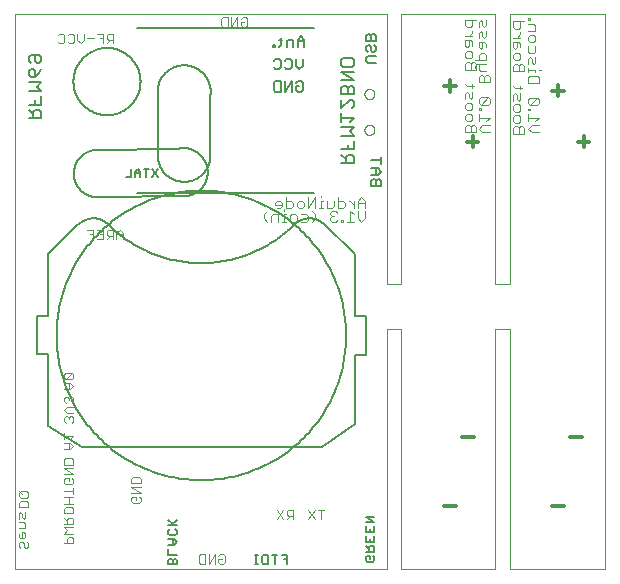
<source format=gbo>
G75*
%MOIN*%
%OFA0B0*%
%FSLAX25Y25*%
%IPPOS*%
%LPD*%
%AMOC8*
5,1,8,0,0,1.08239X$1,22.5*
%
%ADD10C,0.00800*%
%ADD11C,0.00700*%
%ADD12C,0.00400*%
%ADD13C,0.01400*%
%ADD14C,0.00500*%
%ADD15C,0.00600*%
%ADD16C,0.00000*%
D10*
X0141245Y0155413D02*
X0141245Y0157014D01*
X0141779Y0157548D01*
X0142313Y0157548D01*
X0142847Y0157014D01*
X0142847Y0155413D01*
X0144448Y0155413D02*
X0141245Y0155413D01*
X0142847Y0157014D02*
X0143380Y0157548D01*
X0143914Y0157548D01*
X0144448Y0157014D01*
X0144448Y0155413D01*
X0143380Y0159096D02*
X0144448Y0160163D01*
X0143380Y0161231D01*
X0141245Y0161231D01*
X0142847Y0161231D02*
X0142847Y0159096D01*
X0143380Y0159096D02*
X0141245Y0159096D01*
X0141245Y0163847D02*
X0144448Y0163847D01*
X0144448Y0164914D02*
X0144448Y0162779D01*
X0135449Y0162913D02*
X0135449Y0165015D01*
X0134748Y0165715D01*
X0133347Y0165715D01*
X0132646Y0165015D01*
X0132646Y0162913D01*
X0131245Y0162913D02*
X0135449Y0162913D01*
X0132646Y0164314D02*
X0131245Y0165715D01*
X0131245Y0167517D02*
X0135449Y0167517D01*
X0135449Y0170319D01*
X0135449Y0172121D02*
X0134048Y0173522D01*
X0135449Y0174923D01*
X0131245Y0174923D01*
X0131245Y0176725D02*
X0131245Y0179527D01*
X0131245Y0178126D02*
X0135449Y0178126D01*
X0134048Y0176725D01*
X0135449Y0172121D02*
X0131245Y0172121D01*
X0133347Y0168918D02*
X0133347Y0167517D01*
X0134748Y0181328D02*
X0135449Y0182029D01*
X0135449Y0183430D01*
X0134748Y0184131D01*
X0134048Y0184131D01*
X0131245Y0181328D01*
X0131245Y0184131D01*
X0131245Y0185932D02*
X0131245Y0188034D01*
X0131946Y0188735D01*
X0132646Y0188735D01*
X0133347Y0188034D01*
X0133347Y0185932D01*
X0135449Y0185932D02*
X0135449Y0188034D01*
X0134748Y0188735D01*
X0134048Y0188735D01*
X0133347Y0188034D01*
X0131245Y0185932D02*
X0135449Y0185932D01*
X0135449Y0190536D02*
X0131245Y0190536D01*
X0131245Y0193339D02*
X0135449Y0193339D01*
X0134748Y0195140D02*
X0131946Y0195140D01*
X0131245Y0195841D01*
X0131245Y0197242D01*
X0131946Y0197943D01*
X0134748Y0197943D01*
X0135449Y0197242D01*
X0135449Y0195841D01*
X0134748Y0195140D01*
X0131245Y0193339D02*
X0135449Y0190536D01*
X0140029Y0196413D02*
X0139495Y0196947D01*
X0139495Y0198014D01*
X0140029Y0198548D01*
X0142698Y0198548D01*
X0142164Y0200096D02*
X0141630Y0200096D01*
X0141097Y0200630D01*
X0141097Y0201697D01*
X0140563Y0202231D01*
X0140029Y0202231D01*
X0139495Y0201697D01*
X0139495Y0200630D01*
X0140029Y0200096D01*
X0142164Y0200096D02*
X0142698Y0200630D01*
X0142698Y0201697D01*
X0142164Y0202231D01*
X0142698Y0203779D02*
X0139495Y0203779D01*
X0139495Y0205380D01*
X0140029Y0205914D01*
X0140563Y0205914D01*
X0141097Y0205380D01*
X0141097Y0203779D01*
X0142698Y0203779D02*
X0142698Y0205380D01*
X0142164Y0205914D01*
X0141630Y0205914D01*
X0141097Y0205380D01*
X0140029Y0196413D02*
X0142698Y0196413D01*
X0031254Y0196998D02*
X0030553Y0196297D01*
X0029853Y0196297D01*
X0029152Y0196998D01*
X0029152Y0199099D01*
X0027751Y0199099D02*
X0030553Y0199099D01*
X0031254Y0198399D01*
X0031254Y0196998D01*
X0031254Y0194495D02*
X0030553Y0193094D01*
X0029152Y0191693D01*
X0029152Y0193795D01*
X0028451Y0194495D01*
X0027751Y0194495D01*
X0027050Y0193795D01*
X0027050Y0192394D01*
X0027751Y0191693D01*
X0029152Y0191693D01*
X0031254Y0189891D02*
X0027050Y0189891D01*
X0029853Y0188490D02*
X0031254Y0189891D01*
X0029853Y0188490D02*
X0031254Y0187089D01*
X0027050Y0187089D01*
X0029152Y0183886D02*
X0029152Y0182485D01*
X0029152Y0180684D02*
X0028451Y0179983D01*
X0028451Y0177881D01*
X0027050Y0177881D02*
X0031254Y0177881D01*
X0031254Y0179983D01*
X0030553Y0180684D01*
X0029152Y0180684D01*
X0028451Y0179282D02*
X0027050Y0180684D01*
X0027050Y0182485D02*
X0031254Y0182485D01*
X0031254Y0185288D01*
X0027751Y0196297D02*
X0027050Y0196998D01*
X0027050Y0198399D01*
X0027751Y0199099D01*
D11*
X0073552Y0044147D02*
X0074975Y0042724D01*
X0074500Y0042250D02*
X0076398Y0044147D01*
X0076398Y0042250D02*
X0073552Y0042250D01*
X0074026Y0040885D02*
X0073552Y0040410D01*
X0073552Y0039462D01*
X0074026Y0038987D01*
X0075923Y0038987D01*
X0076398Y0039462D01*
X0076398Y0040410D01*
X0075923Y0040885D01*
X0075449Y0037622D02*
X0073552Y0037622D01*
X0074975Y0037622D02*
X0074975Y0035725D01*
X0075449Y0035725D02*
X0073552Y0035725D01*
X0073552Y0034359D02*
X0073552Y0032462D01*
X0076398Y0032462D01*
X0075923Y0031097D02*
X0075449Y0031097D01*
X0074975Y0030622D01*
X0074975Y0029200D01*
X0074975Y0030622D02*
X0074500Y0031097D01*
X0074026Y0031097D01*
X0073552Y0030622D01*
X0073552Y0029200D01*
X0076398Y0029200D01*
X0076398Y0030622D01*
X0075923Y0031097D01*
X0075449Y0035725D02*
X0076398Y0036673D01*
X0075449Y0037622D01*
X0102472Y0032315D02*
X0103420Y0032315D01*
X0102946Y0032315D02*
X0102946Y0029469D01*
X0103420Y0029469D02*
X0102472Y0029469D01*
X0104786Y0029944D02*
X0104786Y0031841D01*
X0105260Y0032315D01*
X0106683Y0032315D01*
X0106683Y0029469D01*
X0105260Y0029469D01*
X0104786Y0029944D01*
X0108048Y0032315D02*
X0109946Y0032315D01*
X0108997Y0032315D02*
X0108997Y0029469D01*
X0112260Y0030892D02*
X0113208Y0030892D01*
X0113208Y0029469D02*
X0113208Y0032315D01*
X0111311Y0032315D01*
X0139445Y0031586D02*
X0139919Y0032060D01*
X0140868Y0032060D01*
X0140868Y0031111D01*
X0139919Y0030163D02*
X0139445Y0030637D01*
X0139445Y0031586D01*
X0139919Y0030163D02*
X0141817Y0030163D01*
X0142291Y0030637D01*
X0142291Y0031586D01*
X0141817Y0032060D01*
X0142291Y0033425D02*
X0139445Y0033425D01*
X0140394Y0033425D02*
X0140394Y0034848D01*
X0140868Y0035323D01*
X0141817Y0035323D01*
X0142291Y0034848D01*
X0142291Y0033425D01*
X0140394Y0034374D02*
X0139445Y0035323D01*
X0139445Y0036688D02*
X0139445Y0038585D01*
X0139445Y0039951D02*
X0139445Y0041848D01*
X0139445Y0043213D02*
X0142291Y0043213D01*
X0139445Y0045110D01*
X0142291Y0045110D01*
X0142291Y0041848D02*
X0142291Y0039951D01*
X0139445Y0039951D01*
X0140868Y0039951D02*
X0140868Y0040899D01*
X0142291Y0038585D02*
X0142291Y0036688D01*
X0139445Y0036688D01*
X0140868Y0036688D02*
X0140868Y0037637D01*
D12*
X0022595Y0027513D02*
X0022595Y0212513D01*
X0146595Y0212513D01*
X0146595Y0122513D01*
X0151095Y0122513D01*
X0151095Y0212513D01*
X0182595Y0212513D01*
X0182595Y0122513D01*
X0187595Y0122513D01*
X0187595Y0212513D01*
X0219095Y0212513D01*
X0219095Y0027513D01*
X0187595Y0027513D01*
X0187595Y0107513D01*
X0182595Y0107513D01*
X0182595Y0027513D01*
X0151095Y0027513D01*
X0151095Y0107513D01*
X0146595Y0107513D01*
X0146595Y0027513D01*
X0022595Y0027513D01*
X0024276Y0034662D02*
X0023752Y0035187D01*
X0023752Y0036235D01*
X0024276Y0036760D01*
X0024801Y0036760D01*
X0025325Y0036235D01*
X0025325Y0035187D01*
X0025849Y0034662D01*
X0026374Y0034662D01*
X0026898Y0035187D01*
X0026898Y0036235D01*
X0026374Y0036760D01*
X0025325Y0037925D02*
X0025849Y0038449D01*
X0025849Y0039498D01*
X0025325Y0040022D01*
X0024801Y0040022D01*
X0024801Y0037925D01*
X0025325Y0037925D02*
X0024276Y0037925D01*
X0023752Y0038449D01*
X0023752Y0039498D01*
X0023752Y0041187D02*
X0025849Y0041187D01*
X0025849Y0042760D01*
X0025325Y0043285D01*
X0023752Y0043285D01*
X0023752Y0044450D02*
X0023752Y0046023D01*
X0024276Y0046547D01*
X0024801Y0046023D01*
X0024801Y0044974D01*
X0025325Y0044450D01*
X0025849Y0044974D01*
X0025849Y0046547D01*
X0026941Y0048213D02*
X0023795Y0048213D01*
X0023795Y0049786D01*
X0024320Y0050310D01*
X0026417Y0050310D01*
X0026941Y0049786D01*
X0026941Y0048213D01*
X0026417Y0051475D02*
X0026941Y0052000D01*
X0026941Y0053048D01*
X0026417Y0053573D01*
X0024320Y0053573D01*
X0023795Y0053048D01*
X0023795Y0052000D01*
X0024320Y0051475D01*
X0026417Y0051475D01*
X0024844Y0052524D02*
X0023795Y0053573D01*
X0038795Y0053787D02*
X0041941Y0053787D01*
X0041941Y0054835D02*
X0041941Y0052738D01*
X0041941Y0051573D02*
X0038795Y0051573D01*
X0040368Y0051573D02*
X0040368Y0049475D01*
X0039320Y0048310D02*
X0041417Y0048310D01*
X0041941Y0047786D01*
X0041941Y0046213D01*
X0038795Y0046213D01*
X0038795Y0047786D01*
X0039320Y0048310D01*
X0038795Y0049475D02*
X0041941Y0049475D01*
X0041417Y0044835D02*
X0040368Y0044835D01*
X0039844Y0044311D01*
X0039844Y0042738D01*
X0039844Y0043787D02*
X0038795Y0044835D01*
X0038795Y0042738D02*
X0041941Y0042738D01*
X0041941Y0044311D01*
X0041417Y0044835D01*
X0041941Y0041573D02*
X0038795Y0041573D01*
X0039844Y0040524D01*
X0038795Y0039475D01*
X0041941Y0039475D01*
X0041417Y0038310D02*
X0040368Y0038310D01*
X0039844Y0037786D01*
X0039844Y0036213D01*
X0038795Y0036213D02*
X0041941Y0036213D01*
X0041941Y0037786D01*
X0041417Y0038310D01*
X0041374Y0055925D02*
X0039276Y0055925D01*
X0038752Y0056449D01*
X0038752Y0057498D01*
X0039276Y0058022D01*
X0040325Y0058022D01*
X0040325Y0056974D01*
X0041374Y0058022D02*
X0041898Y0057498D01*
X0041898Y0056449D01*
X0041374Y0055925D01*
X0041898Y0059187D02*
X0038752Y0059187D01*
X0038752Y0061285D02*
X0041898Y0061285D01*
X0041898Y0062450D02*
X0041898Y0064023D01*
X0041374Y0064547D01*
X0039276Y0064547D01*
X0038752Y0064023D01*
X0038752Y0062450D01*
X0041898Y0062450D01*
X0041898Y0059187D02*
X0038752Y0061285D01*
X0038795Y0067713D02*
X0040893Y0067713D01*
X0041941Y0068761D01*
X0040893Y0069810D01*
X0038795Y0069810D01*
X0038795Y0070975D02*
X0038795Y0073073D01*
X0038795Y0072024D02*
X0041941Y0072024D01*
X0040893Y0070975D01*
X0040368Y0069810D02*
X0040368Y0067713D01*
X0039320Y0076463D02*
X0038795Y0076987D01*
X0038795Y0078036D01*
X0039320Y0078560D01*
X0039844Y0078560D01*
X0040368Y0078036D01*
X0040368Y0077511D01*
X0040368Y0078036D02*
X0040893Y0078560D01*
X0041417Y0078560D01*
X0041941Y0078036D01*
X0041941Y0076987D01*
X0041417Y0076463D01*
X0041941Y0079725D02*
X0039844Y0079725D01*
X0038795Y0080774D01*
X0039844Y0081823D01*
X0041941Y0081823D01*
X0041417Y0082988D02*
X0041941Y0083512D01*
X0041941Y0084561D01*
X0041417Y0085085D01*
X0040893Y0085085D01*
X0040368Y0084561D01*
X0039844Y0085085D01*
X0039320Y0085085D01*
X0038795Y0084561D01*
X0038795Y0083512D01*
X0039320Y0082988D01*
X0040368Y0084037D02*
X0040368Y0084561D01*
X0040368Y0087713D02*
X0040368Y0089810D01*
X0040893Y0089810D02*
X0038795Y0089810D01*
X0039320Y0090975D02*
X0041417Y0093073D01*
X0039320Y0093073D01*
X0038795Y0092548D01*
X0038795Y0091500D01*
X0039320Y0090975D01*
X0041417Y0090975D01*
X0041941Y0091500D01*
X0041941Y0092548D01*
X0041417Y0093073D01*
X0040893Y0089810D02*
X0041941Y0088761D01*
X0040893Y0087713D01*
X0038795Y0087713D01*
X0061820Y0058335D02*
X0063917Y0058335D01*
X0064441Y0057811D01*
X0064441Y0056238D01*
X0061295Y0056238D01*
X0061295Y0057811D01*
X0061820Y0058335D01*
X0061295Y0055073D02*
X0064441Y0055073D01*
X0064441Y0052975D02*
X0061295Y0055073D01*
X0061295Y0052975D02*
X0064441Y0052975D01*
X0063917Y0051810D02*
X0064441Y0051286D01*
X0064441Y0050237D01*
X0063917Y0049713D01*
X0061820Y0049713D01*
X0061295Y0050237D01*
X0061295Y0051286D01*
X0061820Y0051810D01*
X0062868Y0051810D01*
X0062868Y0050761D01*
X0083760Y0032091D02*
X0084285Y0032615D01*
X0085858Y0032615D01*
X0085858Y0029469D01*
X0084285Y0029469D01*
X0083760Y0029994D01*
X0083760Y0032091D01*
X0087023Y0032615D02*
X0087023Y0029469D01*
X0089120Y0032615D01*
X0089120Y0029469D01*
X0090286Y0029994D02*
X0090286Y0031042D01*
X0091334Y0031042D01*
X0090286Y0029994D02*
X0090810Y0029469D01*
X0091859Y0029469D01*
X0092383Y0029994D01*
X0092383Y0032091D01*
X0091859Y0032615D01*
X0090810Y0032615D01*
X0090286Y0032091D01*
X0109735Y0044313D02*
X0111833Y0047459D01*
X0112998Y0046934D02*
X0112998Y0045886D01*
X0113522Y0045361D01*
X0115095Y0045361D01*
X0115095Y0044313D02*
X0115095Y0047459D01*
X0113522Y0047459D01*
X0112998Y0046934D01*
X0114047Y0045361D02*
X0112998Y0044313D01*
X0111833Y0044313D02*
X0109735Y0047459D01*
X0120235Y0047459D02*
X0122333Y0044313D01*
X0120235Y0044313D02*
X0122333Y0047459D01*
X0123498Y0047459D02*
X0125595Y0047459D01*
X0124547Y0047459D02*
X0124547Y0044313D01*
X0058396Y0137619D02*
X0058396Y0139717D01*
X0057347Y0140765D01*
X0056298Y0139717D01*
X0056298Y0137619D01*
X0055133Y0137619D02*
X0055133Y0140765D01*
X0053560Y0140765D01*
X0053036Y0140241D01*
X0053036Y0139192D01*
X0053560Y0138668D01*
X0055133Y0138668D01*
X0054084Y0138668D02*
X0053036Y0137619D01*
X0051870Y0137619D02*
X0049773Y0137619D01*
X0048608Y0137619D02*
X0048608Y0140765D01*
X0046510Y0140765D01*
X0047559Y0139192D02*
X0048608Y0139192D01*
X0049773Y0140765D02*
X0051870Y0140765D01*
X0051870Y0137619D01*
X0051870Y0139192D02*
X0050822Y0139192D01*
X0056298Y0139192D02*
X0058396Y0139192D01*
X0105410Y0144664D02*
X0105410Y0145865D01*
X0106611Y0147066D01*
X0107892Y0145264D02*
X0107892Y0143463D01*
X0106611Y0143463D02*
X0105410Y0144664D01*
X0107892Y0145264D02*
X0108492Y0145865D01*
X0110294Y0145865D01*
X0110294Y0143463D01*
X0111548Y0143463D02*
X0112749Y0143463D01*
X0112149Y0143463D02*
X0112149Y0145865D01*
X0112749Y0145865D01*
X0112149Y0147066D02*
X0112149Y0147666D01*
X0112803Y0147963D02*
X0114604Y0147963D01*
X0115205Y0148563D01*
X0115205Y0149764D01*
X0114604Y0150365D01*
X0112803Y0150365D01*
X0112803Y0151566D02*
X0112803Y0147963D01*
X0111522Y0148563D02*
X0111522Y0149764D01*
X0110921Y0150365D01*
X0109720Y0150365D01*
X0109120Y0149764D01*
X0109120Y0149164D01*
X0111522Y0149164D01*
X0111522Y0148563D02*
X0110921Y0147963D01*
X0109720Y0147963D01*
X0114030Y0145264D02*
X0114030Y0144063D01*
X0114631Y0143463D01*
X0115832Y0143463D01*
X0116432Y0144063D01*
X0116432Y0145264D01*
X0115832Y0145865D01*
X0114631Y0145865D01*
X0114030Y0145264D01*
X0117086Y0147963D02*
X0116486Y0148563D01*
X0116486Y0149764D01*
X0117086Y0150365D01*
X0118287Y0150365D01*
X0118888Y0149764D01*
X0118888Y0148563D01*
X0118287Y0147963D01*
X0117086Y0147963D01*
X0117714Y0145865D02*
X0119515Y0145865D01*
X0120116Y0145264D01*
X0120116Y0144063D01*
X0119515Y0143463D01*
X0117714Y0143463D01*
X0121370Y0143463D02*
X0122571Y0144664D01*
X0122571Y0145865D01*
X0121370Y0147066D01*
X0120169Y0147963D02*
X0120169Y0151566D01*
X0122571Y0151566D02*
X0120169Y0147963D01*
X0122571Y0147963D02*
X0122571Y0151566D01*
X0124426Y0151566D02*
X0124426Y0152166D01*
X0124426Y0150365D02*
X0124426Y0147963D01*
X0125026Y0147963D02*
X0123825Y0147963D01*
X0124426Y0150365D02*
X0125026Y0150365D01*
X0126308Y0150365D02*
X0126308Y0147963D01*
X0128109Y0147963D01*
X0128710Y0148563D01*
X0128710Y0150365D01*
X0129991Y0150365D02*
X0131792Y0150365D01*
X0132393Y0149764D01*
X0132393Y0148563D01*
X0131792Y0147963D01*
X0129991Y0147963D01*
X0129991Y0151566D01*
X0133660Y0150365D02*
X0134261Y0150365D01*
X0135462Y0149164D01*
X0135462Y0147963D02*
X0135462Y0150365D01*
X0136743Y0150365D02*
X0136743Y0147963D01*
X0136743Y0147066D02*
X0136743Y0144664D01*
X0137944Y0143463D01*
X0139145Y0144664D01*
X0139145Y0147066D01*
X0139145Y0147963D02*
X0139145Y0150365D01*
X0137944Y0151566D01*
X0136743Y0150365D01*
X0136743Y0149764D02*
X0139145Y0149764D01*
X0135462Y0145865D02*
X0134261Y0147066D01*
X0134261Y0143463D01*
X0135462Y0143463D02*
X0133060Y0143463D01*
X0131779Y0143463D02*
X0131178Y0143463D01*
X0131178Y0144063D01*
X0131779Y0144063D01*
X0131779Y0143463D01*
X0129937Y0144063D02*
X0129337Y0143463D01*
X0128136Y0143463D01*
X0127535Y0144063D01*
X0127535Y0144664D01*
X0128136Y0145264D01*
X0128736Y0145264D01*
X0128136Y0145264D02*
X0127535Y0145865D01*
X0127535Y0146465D01*
X0128136Y0147066D01*
X0129337Y0147066D01*
X0129937Y0146465D01*
X0172545Y0173290D02*
X0172545Y0175091D01*
X0173146Y0175692D01*
X0173746Y0175692D01*
X0174347Y0175091D01*
X0174347Y0173290D01*
X0176148Y0173290D02*
X0172545Y0173290D01*
X0174347Y0175091D02*
X0174947Y0175692D01*
X0175548Y0175692D01*
X0176148Y0175091D01*
X0176148Y0173290D01*
X0177045Y0174491D02*
X0178246Y0175692D01*
X0180648Y0175692D01*
X0179447Y0176973D02*
X0180648Y0178174D01*
X0177045Y0178174D01*
X0177045Y0176973D02*
X0177045Y0179375D01*
X0177045Y0180656D02*
X0177045Y0181257D01*
X0177646Y0181257D01*
X0177646Y0180656D01*
X0177045Y0180656D01*
X0177646Y0182498D02*
X0180048Y0184900D01*
X0177646Y0184900D01*
X0177045Y0184299D01*
X0177045Y0183098D01*
X0177646Y0182498D01*
X0180048Y0182498D01*
X0180648Y0183098D01*
X0180648Y0184299D01*
X0180048Y0184900D01*
X0174947Y0184940D02*
X0174947Y0186741D01*
X0174947Y0188022D02*
X0174947Y0189223D01*
X0175548Y0188623D02*
X0173146Y0188623D01*
X0172545Y0189223D01*
X0173146Y0186741D02*
X0173746Y0186141D01*
X0173746Y0184940D01*
X0174347Y0184339D01*
X0174947Y0184940D01*
X0174347Y0183058D02*
X0174947Y0182458D01*
X0174947Y0181257D01*
X0174347Y0180656D01*
X0173146Y0180656D01*
X0172545Y0181257D01*
X0172545Y0182458D01*
X0173146Y0183058D01*
X0174347Y0183058D01*
X0172545Y0184339D02*
X0172545Y0186141D01*
X0173146Y0186741D01*
X0177045Y0189864D02*
X0177045Y0191665D01*
X0177646Y0192266D01*
X0178246Y0192266D01*
X0178847Y0191665D01*
X0178847Y0189864D01*
X0180648Y0189864D02*
X0177045Y0189864D01*
X0178847Y0191665D02*
X0179447Y0192266D01*
X0180048Y0192266D01*
X0180648Y0191665D01*
X0180648Y0189864D01*
X0179447Y0193547D02*
X0177646Y0193547D01*
X0177045Y0194148D01*
X0177045Y0195949D01*
X0176445Y0195949D02*
X0175844Y0195349D01*
X0175844Y0194748D01*
X0176148Y0194161D02*
X0176148Y0195962D01*
X0175548Y0196563D01*
X0174947Y0196563D01*
X0174347Y0195962D01*
X0174347Y0194161D01*
X0176148Y0194161D02*
X0172545Y0194161D01*
X0172545Y0195962D01*
X0173146Y0196563D01*
X0173746Y0196563D01*
X0174347Y0195962D01*
X0174347Y0197844D02*
X0173146Y0197844D01*
X0172545Y0198445D01*
X0172545Y0199646D01*
X0173146Y0200246D01*
X0174347Y0200246D01*
X0174947Y0199646D01*
X0174947Y0198445D01*
X0174347Y0197844D01*
X0175844Y0197230D02*
X0179447Y0197230D01*
X0179447Y0199032D01*
X0178847Y0199632D01*
X0177646Y0199632D01*
X0177045Y0199032D01*
X0177045Y0197230D01*
X0176445Y0195949D02*
X0179447Y0195949D01*
X0177646Y0200913D02*
X0178246Y0201514D01*
X0178246Y0203315D01*
X0178847Y0203315D02*
X0177045Y0203315D01*
X0177045Y0201514D01*
X0177646Y0200913D01*
X0179447Y0201514D02*
X0179447Y0202715D01*
X0178847Y0203315D01*
X0178847Y0204596D02*
X0179447Y0205197D01*
X0179447Y0206998D01*
X0178246Y0206398D02*
X0178246Y0205197D01*
X0178847Y0204596D01*
X0177045Y0204596D02*
X0177045Y0206398D01*
X0177646Y0206998D01*
X0178246Y0206398D01*
X0178847Y0208280D02*
X0179447Y0208880D01*
X0179447Y0210682D01*
X0178246Y0210081D02*
X0178246Y0208880D01*
X0178847Y0208280D01*
X0177045Y0208280D02*
X0177045Y0210081D01*
X0177646Y0210682D01*
X0178246Y0210081D01*
X0176148Y0210682D02*
X0172545Y0210682D01*
X0172545Y0208880D01*
X0173146Y0208280D01*
X0174347Y0208280D01*
X0174947Y0208880D01*
X0174947Y0210682D01*
X0174947Y0207012D02*
X0174947Y0206411D01*
X0173746Y0205210D01*
X0172545Y0205210D02*
X0174947Y0205210D01*
X0174347Y0203929D02*
X0172545Y0203929D01*
X0172545Y0202128D01*
X0173146Y0201527D01*
X0173746Y0202128D01*
X0173746Y0203929D01*
X0174347Y0203929D02*
X0174947Y0203329D01*
X0174947Y0202128D01*
X0188545Y0201628D02*
X0189146Y0201027D01*
X0189746Y0201628D01*
X0189746Y0203429D01*
X0190347Y0203429D02*
X0188545Y0203429D01*
X0188545Y0201628D01*
X0189146Y0199746D02*
X0190347Y0199746D01*
X0190947Y0199146D01*
X0190947Y0197945D01*
X0190347Y0197344D01*
X0189146Y0197344D01*
X0188545Y0197945D01*
X0188545Y0199146D01*
X0189146Y0199746D01*
X0190947Y0201628D02*
X0190947Y0202829D01*
X0190347Y0203429D01*
X0190947Y0204710D02*
X0188545Y0204710D01*
X0189746Y0204710D02*
X0190947Y0205911D01*
X0190947Y0206512D01*
X0190347Y0207780D02*
X0189146Y0207780D01*
X0188545Y0208380D01*
X0188545Y0210182D01*
X0192148Y0210182D01*
X0190947Y0210182D02*
X0190947Y0208380D01*
X0190347Y0207780D01*
X0193545Y0206938D02*
X0195947Y0206938D01*
X0195947Y0208740D01*
X0195347Y0209340D01*
X0193545Y0209340D01*
X0193545Y0210621D02*
X0193545Y0211222D01*
X0194146Y0211222D01*
X0194146Y0210621D01*
X0193545Y0210621D01*
X0194146Y0205657D02*
X0195347Y0205657D01*
X0195947Y0205056D01*
X0195947Y0203855D01*
X0195347Y0203255D01*
X0194146Y0203255D01*
X0193545Y0203855D01*
X0193545Y0205056D01*
X0194146Y0205657D01*
X0193545Y0201974D02*
X0193545Y0200172D01*
X0194146Y0199572D01*
X0195347Y0199572D01*
X0195947Y0200172D01*
X0195947Y0201974D01*
X0195947Y0198291D02*
X0195947Y0196489D01*
X0195347Y0195889D01*
X0194746Y0196489D01*
X0194746Y0197690D01*
X0194146Y0198291D01*
X0193545Y0197690D01*
X0193545Y0195889D01*
X0193545Y0194634D02*
X0193545Y0193433D01*
X0193545Y0194034D02*
X0195947Y0194034D01*
X0195947Y0193433D01*
X0197148Y0194034D02*
X0197749Y0194034D01*
X0196548Y0192152D02*
X0197148Y0191552D01*
X0197148Y0189750D01*
X0193545Y0189750D01*
X0193545Y0191552D01*
X0194146Y0192152D01*
X0196548Y0192152D01*
X0192148Y0193661D02*
X0192148Y0195462D01*
X0191548Y0196063D01*
X0190947Y0196063D01*
X0190347Y0195462D01*
X0190347Y0193661D01*
X0192148Y0193661D02*
X0188545Y0193661D01*
X0188545Y0195462D01*
X0189146Y0196063D01*
X0189746Y0196063D01*
X0190347Y0195462D01*
X0190947Y0188723D02*
X0190947Y0187522D01*
X0191548Y0188123D02*
X0189146Y0188123D01*
X0188545Y0188723D01*
X0189146Y0186241D02*
X0189746Y0185641D01*
X0189746Y0184440D01*
X0190347Y0183839D01*
X0190947Y0184440D01*
X0190947Y0186241D01*
X0189146Y0186241D02*
X0188545Y0185641D01*
X0188545Y0183839D01*
X0189146Y0182558D02*
X0190347Y0182558D01*
X0190947Y0181958D01*
X0190947Y0180757D01*
X0190347Y0180156D01*
X0189146Y0180156D01*
X0188545Y0180757D01*
X0188545Y0181958D01*
X0189146Y0182558D01*
X0189146Y0178875D02*
X0190347Y0178875D01*
X0190947Y0178274D01*
X0190947Y0177073D01*
X0190347Y0176473D01*
X0189146Y0176473D01*
X0188545Y0177073D01*
X0188545Y0178274D01*
X0189146Y0178875D01*
X0189146Y0175192D02*
X0188545Y0174591D01*
X0188545Y0172790D01*
X0192148Y0172790D01*
X0192148Y0174591D01*
X0191548Y0175192D01*
X0190947Y0175192D01*
X0190347Y0174591D01*
X0190347Y0172790D01*
X0190347Y0174591D02*
X0189746Y0175192D01*
X0189146Y0175192D01*
X0193545Y0174377D02*
X0194746Y0175578D01*
X0197148Y0175578D01*
X0195947Y0176859D02*
X0197148Y0178060D01*
X0193545Y0178060D01*
X0193545Y0176859D02*
X0193545Y0179261D01*
X0193545Y0180542D02*
X0193545Y0181143D01*
X0194146Y0181143D01*
X0194146Y0180542D01*
X0193545Y0180542D01*
X0194146Y0182384D02*
X0196548Y0184786D01*
X0194146Y0184786D01*
X0193545Y0184185D01*
X0193545Y0182984D01*
X0194146Y0182384D01*
X0196548Y0182384D01*
X0197148Y0182984D01*
X0197148Y0184185D01*
X0196548Y0184786D01*
X0193545Y0174377D02*
X0194746Y0173176D01*
X0197148Y0173176D01*
X0180648Y0173290D02*
X0178246Y0173290D01*
X0177045Y0174491D01*
X0174347Y0176973D02*
X0173146Y0176973D01*
X0172545Y0177573D01*
X0172545Y0178774D01*
X0173146Y0179375D01*
X0174347Y0179375D01*
X0174947Y0178774D01*
X0174947Y0177573D01*
X0174347Y0176973D01*
X0099883Y0208994D02*
X0099359Y0208469D01*
X0098310Y0208469D01*
X0097786Y0208994D01*
X0097786Y0210042D01*
X0098834Y0210042D01*
X0099883Y0208994D02*
X0099883Y0211091D01*
X0099359Y0211615D01*
X0098310Y0211615D01*
X0097786Y0211091D01*
X0096620Y0211615D02*
X0096620Y0208469D01*
X0094523Y0208469D02*
X0094523Y0211615D01*
X0093358Y0211615D02*
X0091785Y0211615D01*
X0091260Y0211091D01*
X0091260Y0208994D01*
X0091785Y0208469D01*
X0093358Y0208469D01*
X0093358Y0211615D01*
X0096620Y0211615D02*
X0094523Y0208469D01*
X0055171Y0206115D02*
X0055171Y0202969D01*
X0055171Y0204018D02*
X0053598Y0204018D01*
X0053074Y0204542D01*
X0053074Y0205591D01*
X0053598Y0206115D01*
X0055171Y0206115D01*
X0054122Y0204018D02*
X0053074Y0202969D01*
X0051908Y0202969D02*
X0051908Y0206115D01*
X0049811Y0206115D01*
X0050860Y0204542D02*
X0051908Y0204542D01*
X0048646Y0204542D02*
X0046548Y0204542D01*
X0045383Y0204018D02*
X0045383Y0206115D01*
X0045383Y0204018D02*
X0044334Y0202969D01*
X0043286Y0204018D01*
X0043286Y0206115D01*
X0042120Y0205591D02*
X0042120Y0203494D01*
X0041596Y0202969D01*
X0040547Y0202969D01*
X0040023Y0203494D01*
X0038858Y0203494D02*
X0038858Y0205591D01*
X0038334Y0206115D01*
X0037285Y0206115D01*
X0036761Y0205591D01*
X0036761Y0203494D02*
X0037285Y0202969D01*
X0038334Y0202969D01*
X0038858Y0203494D01*
X0040023Y0205591D02*
X0040547Y0206115D01*
X0041596Y0206115D01*
X0042120Y0205591D01*
D13*
X0165604Y0188665D02*
X0169341Y0188665D01*
X0167472Y0190533D02*
X0167472Y0186797D01*
X0174972Y0172033D02*
X0174972Y0168297D01*
X0173104Y0170165D02*
X0176841Y0170165D01*
X0201604Y0187165D02*
X0205341Y0187165D01*
X0203472Y0189033D02*
X0203472Y0185297D01*
X0211972Y0172033D02*
X0211972Y0168297D01*
X0210104Y0170165D02*
X0213841Y0170165D01*
X0211341Y0071665D02*
X0207604Y0071665D01*
X0205341Y0048665D02*
X0201604Y0048665D01*
X0175341Y0071665D02*
X0171604Y0071665D01*
X0169341Y0048665D02*
X0165604Y0048665D01*
D14*
X0135816Y0076056D02*
X0124658Y0068292D01*
X0044926Y0068292D01*
X0033375Y0075450D01*
X0033375Y0099450D01*
X0029855Y0099450D01*
X0029855Y0111969D01*
X0033375Y0111969D01*
X0033375Y0132702D01*
X0043595Y0142702D01*
X0043595Y0142513D02*
X0043717Y0142632D01*
X0043842Y0142749D01*
X0043970Y0142862D01*
X0044101Y0142972D01*
X0044234Y0143079D01*
X0044370Y0143183D01*
X0044508Y0143283D01*
X0044649Y0143380D01*
X0044792Y0143474D01*
X0044937Y0143564D01*
X0045084Y0143651D01*
X0045234Y0143734D01*
X0045385Y0143813D01*
X0045538Y0143889D01*
X0045693Y0143961D01*
X0045850Y0144029D01*
X0046008Y0144094D01*
X0046168Y0144154D01*
X0046329Y0144211D01*
X0046491Y0144264D01*
X0046655Y0144313D01*
X0046820Y0144358D01*
X0046986Y0144398D01*
X0047153Y0144435D01*
X0047320Y0144468D01*
X0047489Y0144497D01*
X0047658Y0144522D01*
X0047828Y0144542D01*
X0047998Y0144559D01*
X0048168Y0144571D01*
X0048339Y0144579D01*
X0048510Y0144583D01*
X0048680Y0144583D01*
X0048851Y0144579D01*
X0049022Y0144571D01*
X0049192Y0144559D01*
X0049362Y0144542D01*
X0049532Y0144522D01*
X0049701Y0144497D01*
X0049870Y0144468D01*
X0050037Y0144435D01*
X0050204Y0144398D01*
X0050370Y0144358D01*
X0050535Y0144313D01*
X0050699Y0144264D01*
X0050861Y0144211D01*
X0051022Y0144154D01*
X0051182Y0144094D01*
X0051340Y0144029D01*
X0051497Y0143961D01*
X0051652Y0143889D01*
X0051805Y0143813D01*
X0051956Y0143734D01*
X0052106Y0143651D01*
X0052253Y0143564D01*
X0052398Y0143474D01*
X0052541Y0143380D01*
X0052682Y0143283D01*
X0052820Y0143183D01*
X0052956Y0143079D01*
X0053089Y0142972D01*
X0053220Y0142862D01*
X0053348Y0142749D01*
X0053473Y0142632D01*
X0053595Y0142513D01*
X0050879Y0151670D02*
X0078438Y0151985D01*
X0078634Y0151981D01*
X0078830Y0151982D01*
X0079025Y0151988D01*
X0079221Y0151999D01*
X0079416Y0152014D01*
X0079611Y0152035D01*
X0079805Y0152059D01*
X0079999Y0152089D01*
X0080191Y0152124D01*
X0080383Y0152163D01*
X0080574Y0152207D01*
X0080764Y0152255D01*
X0080952Y0152308D01*
X0081139Y0152366D01*
X0081325Y0152428D01*
X0081509Y0152495D01*
X0081691Y0152566D01*
X0081872Y0152642D01*
X0082051Y0152722D01*
X0082227Y0152807D01*
X0082402Y0152895D01*
X0082574Y0152988D01*
X0082744Y0153086D01*
X0082912Y0153187D01*
X0083077Y0153292D01*
X0083239Y0153402D01*
X0083399Y0153515D01*
X0083556Y0153632D01*
X0083710Y0153753D01*
X0083860Y0153878D01*
X0084008Y0154006D01*
X0084153Y0154138D01*
X0084294Y0154274D01*
X0084432Y0154413D01*
X0084567Y0154555D01*
X0084698Y0154700D01*
X0084825Y0154849D01*
X0084949Y0155001D01*
X0085069Y0155155D01*
X0085185Y0155313D01*
X0085298Y0155473D01*
X0085406Y0155637D01*
X0085511Y0155802D01*
X0085611Y0155970D01*
X0085707Y0156141D01*
X0085799Y0156314D01*
X0085886Y0156489D01*
X0085970Y0156666D01*
X0086049Y0156845D01*
X0086123Y0157026D01*
X0086194Y0157209D01*
X0086259Y0157394D01*
X0086320Y0157580D01*
X0086377Y0157767D01*
X0086429Y0157956D01*
X0086476Y0158146D01*
X0086519Y0158337D01*
X0086557Y0158529D01*
X0086590Y0158722D01*
X0086618Y0158916D01*
X0086642Y0159110D01*
X0086661Y0159305D01*
X0086675Y0159500D01*
X0086685Y0159696D01*
X0086689Y0159892D01*
X0086689Y0160087D01*
X0086684Y0160283D01*
X0086675Y0160479D01*
X0086660Y0160674D01*
X0086641Y0160869D01*
X0086617Y0161063D01*
X0086588Y0161257D01*
X0086555Y0161450D01*
X0086516Y0161642D01*
X0086474Y0161833D01*
X0086426Y0162023D01*
X0086374Y0162212D01*
X0086317Y0162399D01*
X0086256Y0162585D01*
X0086190Y0162769D01*
X0086119Y0162952D01*
X0086044Y0163133D01*
X0085965Y0163312D01*
X0085882Y0163489D01*
X0085794Y0163664D01*
X0085702Y0163837D01*
X0085605Y0164007D01*
X0085505Y0164175D01*
X0085400Y0164341D01*
X0085292Y0164504D01*
X0085179Y0164664D01*
X0085063Y0164821D01*
X0084942Y0164976D01*
X0084818Y0165127D01*
X0084691Y0165276D01*
X0084559Y0165421D01*
X0084425Y0165563D01*
X0084286Y0165702D01*
X0084145Y0165837D01*
X0084000Y0165969D01*
X0083852Y0166097D01*
X0083701Y0166222D01*
X0083547Y0166342D01*
X0083390Y0166459D01*
X0083230Y0166573D01*
X0083067Y0166682D01*
X0082902Y0166787D01*
X0082735Y0166888D01*
X0082564Y0166985D01*
X0082392Y0167078D01*
X0082217Y0167166D01*
X0082041Y0167250D01*
X0081862Y0167330D01*
X0081681Y0167406D01*
X0081499Y0167477D01*
X0081314Y0167543D01*
X0081129Y0167605D01*
X0080942Y0167663D01*
X0080753Y0167716D01*
X0080563Y0167764D01*
X0080372Y0167808D01*
X0080180Y0167846D01*
X0079988Y0167881D01*
X0079794Y0167910D01*
X0079600Y0167935D01*
X0079405Y0167955D01*
X0079210Y0167970D01*
X0079014Y0167980D01*
X0078819Y0167986D01*
X0078623Y0167987D01*
X0078427Y0167983D01*
X0078231Y0167974D01*
X0078036Y0167960D01*
X0077841Y0167942D01*
X0077647Y0167919D01*
X0077453Y0167891D01*
X0077260Y0167859D01*
X0077068Y0167821D01*
X0076876Y0167779D01*
X0076686Y0167733D01*
X0049127Y0167418D01*
X0048935Y0167395D01*
X0048745Y0167366D01*
X0048555Y0167333D01*
X0048365Y0167296D01*
X0048177Y0167254D01*
X0047990Y0167207D01*
X0047804Y0167156D01*
X0047619Y0167100D01*
X0047436Y0167040D01*
X0047254Y0166975D01*
X0047074Y0166906D01*
X0046896Y0166832D01*
X0046719Y0166754D01*
X0046544Y0166672D01*
X0046372Y0166586D01*
X0046201Y0166495D01*
X0046033Y0166401D01*
X0045867Y0166302D01*
X0045704Y0166199D01*
X0045543Y0166093D01*
X0045385Y0165982D01*
X0045230Y0165868D01*
X0045077Y0165750D01*
X0044928Y0165628D01*
X0044781Y0165502D01*
X0044637Y0165374D01*
X0044497Y0165241D01*
X0044360Y0165105D01*
X0044226Y0164966D01*
X0044096Y0164824D01*
X0043969Y0164679D01*
X0043846Y0164530D01*
X0043726Y0164379D01*
X0043610Y0164224D01*
X0043498Y0164067D01*
X0043390Y0163908D01*
X0043286Y0163745D01*
X0043185Y0163581D01*
X0043089Y0163413D01*
X0042997Y0163244D01*
X0042909Y0163072D01*
X0042825Y0162898D01*
X0042746Y0162723D01*
X0042670Y0162545D01*
X0042599Y0162365D01*
X0042533Y0162184D01*
X0042471Y0162002D01*
X0042413Y0161817D01*
X0042360Y0161632D01*
X0042311Y0161445D01*
X0042267Y0161257D01*
X0042228Y0161069D01*
X0042193Y0160879D01*
X0042163Y0160688D01*
X0042138Y0160497D01*
X0042117Y0160305D01*
X0042100Y0160113D01*
X0042089Y0159920D01*
X0042082Y0159727D01*
X0042080Y0159534D01*
X0042083Y0159342D01*
X0042090Y0159149D01*
X0042102Y0158956D01*
X0042118Y0158764D01*
X0042140Y0158572D01*
X0042166Y0158381D01*
X0042196Y0158190D01*
X0042232Y0158001D01*
X0042272Y0157812D01*
X0042316Y0157624D01*
X0042365Y0157438D01*
X0042419Y0157252D01*
X0042477Y0157068D01*
X0042539Y0156886D01*
X0042606Y0156705D01*
X0042678Y0156525D01*
X0042753Y0156348D01*
X0042833Y0156172D01*
X0042917Y0155999D01*
X0043006Y0155827D01*
X0043098Y0155658D01*
X0043195Y0155491D01*
X0043296Y0155326D01*
X0043401Y0155164D01*
X0043509Y0155005D01*
X0043622Y0154848D01*
X0043738Y0154694D01*
X0043858Y0154543D01*
X0043981Y0154395D01*
X0044109Y0154250D01*
X0044239Y0154108D01*
X0044373Y0153969D01*
X0044511Y0153834D01*
X0044651Y0153702D01*
X0044795Y0153573D01*
X0044942Y0153448D01*
X0045092Y0153326D01*
X0045245Y0153209D01*
X0045401Y0153095D01*
X0045559Y0152985D01*
X0045720Y0152878D01*
X0045884Y0152776D01*
X0046050Y0152678D01*
X0046218Y0152583D01*
X0046389Y0152493D01*
X0046562Y0152407D01*
X0046736Y0152326D01*
X0046913Y0152248D01*
X0047092Y0152175D01*
X0047272Y0152107D01*
X0047454Y0152042D01*
X0047637Y0151982D01*
X0047822Y0151927D01*
X0048008Y0151876D01*
X0048196Y0151830D01*
X0048384Y0151788D01*
X0048573Y0151751D01*
X0048763Y0151719D01*
X0048954Y0151691D01*
X0049146Y0151667D01*
X0049338Y0151649D01*
X0049530Y0151635D01*
X0049723Y0151626D01*
X0049916Y0151621D01*
X0050109Y0151622D01*
X0050302Y0151627D01*
X0050495Y0151636D01*
X0050687Y0151651D01*
X0050879Y0151670D01*
X0059534Y0158267D02*
X0061302Y0158267D01*
X0061302Y0160919D01*
X0062435Y0160035D02*
X0062435Y0158267D01*
X0062435Y0159593D02*
X0064202Y0159593D01*
X0064202Y0160035D02*
X0064202Y0158267D01*
X0064202Y0160035D02*
X0063318Y0160919D01*
X0062435Y0160035D01*
X0065335Y0160919D02*
X0067103Y0160919D01*
X0066219Y0160919D02*
X0066219Y0158267D01*
X0068235Y0158267D02*
X0070003Y0160919D01*
X0068235Y0160919D02*
X0070003Y0158267D01*
X0070095Y0165513D02*
X0070095Y0185513D01*
X0070067Y0185727D01*
X0070044Y0185942D01*
X0070027Y0186158D01*
X0070015Y0186374D01*
X0070008Y0186590D01*
X0070006Y0186806D01*
X0070010Y0187023D01*
X0070019Y0187239D01*
X0070033Y0187454D01*
X0070053Y0187670D01*
X0070077Y0187885D01*
X0070108Y0188099D01*
X0070143Y0188312D01*
X0070183Y0188525D01*
X0070229Y0188736D01*
X0070280Y0188946D01*
X0070336Y0189155D01*
X0070397Y0189363D01*
X0070463Y0189568D01*
X0070534Y0189773D01*
X0070610Y0189975D01*
X0070691Y0190176D01*
X0070777Y0190374D01*
X0070868Y0190570D01*
X0070964Y0190764D01*
X0071064Y0190956D01*
X0071169Y0191145D01*
X0071278Y0191332D01*
X0071392Y0191515D01*
X0071511Y0191696D01*
X0071634Y0191874D01*
X0071761Y0192049D01*
X0071892Y0192221D01*
X0072028Y0192389D01*
X0072168Y0192554D01*
X0072311Y0192716D01*
X0072459Y0192874D01*
X0072610Y0193028D01*
X0072765Y0193179D01*
X0072924Y0193326D01*
X0073086Y0193469D01*
X0073252Y0193608D01*
X0073421Y0193742D01*
X0073594Y0193873D01*
X0073769Y0193999D01*
X0073948Y0194121D01*
X0074129Y0194239D01*
X0074314Y0194352D01*
X0074501Y0194461D01*
X0074690Y0194565D01*
X0074882Y0194664D01*
X0075077Y0194759D01*
X0075274Y0194848D01*
X0075472Y0194933D01*
X0075673Y0195013D01*
X0075876Y0195088D01*
X0076081Y0195159D01*
X0076287Y0195224D01*
X0076495Y0195284D01*
X0076704Y0195339D01*
X0076914Y0195389D01*
X0077126Y0195433D01*
X0077339Y0195473D01*
X0077552Y0195507D01*
X0077766Y0195536D01*
X0077981Y0195560D01*
X0078197Y0195578D01*
X0078413Y0195591D01*
X0078629Y0195599D01*
X0078845Y0195602D01*
X0079061Y0195599D01*
X0079277Y0195591D01*
X0079493Y0195578D01*
X0079709Y0195560D01*
X0079924Y0195536D01*
X0080138Y0195507D01*
X0080351Y0195473D01*
X0080564Y0195433D01*
X0080776Y0195389D01*
X0080986Y0195339D01*
X0081195Y0195284D01*
X0081403Y0195224D01*
X0081609Y0195159D01*
X0081814Y0195088D01*
X0082017Y0195013D01*
X0082218Y0194933D01*
X0082416Y0194848D01*
X0082613Y0194759D01*
X0082808Y0194664D01*
X0083000Y0194565D01*
X0083189Y0194461D01*
X0083376Y0194352D01*
X0083561Y0194239D01*
X0083742Y0194121D01*
X0083921Y0193999D01*
X0084096Y0193873D01*
X0084269Y0193742D01*
X0084438Y0193608D01*
X0084604Y0193469D01*
X0084766Y0193326D01*
X0084925Y0193179D01*
X0085080Y0193028D01*
X0085231Y0192874D01*
X0085379Y0192716D01*
X0085522Y0192554D01*
X0085662Y0192389D01*
X0085798Y0192221D01*
X0085929Y0192049D01*
X0086056Y0191874D01*
X0086179Y0191696D01*
X0086298Y0191515D01*
X0086412Y0191332D01*
X0086521Y0191145D01*
X0086626Y0190956D01*
X0086726Y0190764D01*
X0086822Y0190570D01*
X0086913Y0190374D01*
X0086999Y0190176D01*
X0087080Y0189975D01*
X0087156Y0189773D01*
X0087227Y0189568D01*
X0087293Y0189363D01*
X0087354Y0189155D01*
X0087410Y0188946D01*
X0087461Y0188736D01*
X0087507Y0188525D01*
X0087547Y0188312D01*
X0087582Y0188099D01*
X0087613Y0187885D01*
X0087637Y0187670D01*
X0087657Y0187454D01*
X0087671Y0187239D01*
X0087680Y0187023D01*
X0087684Y0186806D01*
X0087682Y0186590D01*
X0087675Y0186374D01*
X0087663Y0186158D01*
X0087646Y0185942D01*
X0087623Y0185727D01*
X0087595Y0185513D01*
X0087595Y0165513D01*
X0115595Y0142513D02*
X0114837Y0141773D01*
X0114061Y0141051D01*
X0113268Y0140349D01*
X0112459Y0139665D01*
X0111633Y0139002D01*
X0110791Y0138359D01*
X0109934Y0137736D01*
X0109062Y0137134D01*
X0108176Y0136554D01*
X0107276Y0135995D01*
X0106362Y0135458D01*
X0105436Y0134943D01*
X0104498Y0134450D01*
X0103549Y0133981D01*
X0102588Y0133534D01*
X0101617Y0133111D01*
X0100635Y0132712D01*
X0099645Y0132336D01*
X0098645Y0131984D01*
X0097638Y0131657D01*
X0096623Y0131354D01*
X0095600Y0131076D01*
X0094572Y0130822D01*
X0093537Y0130594D01*
X0092498Y0130390D01*
X0091453Y0130212D01*
X0090405Y0130059D01*
X0089353Y0129931D01*
X0088299Y0129829D01*
X0087242Y0129752D01*
X0086184Y0129701D01*
X0085125Y0129675D01*
X0084065Y0129675D01*
X0083006Y0129701D01*
X0081948Y0129752D01*
X0080891Y0129829D01*
X0079837Y0129931D01*
X0078785Y0130059D01*
X0077737Y0130212D01*
X0076692Y0130390D01*
X0075653Y0130594D01*
X0074618Y0130822D01*
X0073590Y0131076D01*
X0072567Y0131354D01*
X0071552Y0131657D01*
X0070545Y0131984D01*
X0069545Y0132336D01*
X0068555Y0132712D01*
X0067573Y0133111D01*
X0066602Y0133534D01*
X0065641Y0133981D01*
X0064692Y0134450D01*
X0063754Y0134943D01*
X0062828Y0135458D01*
X0061914Y0135995D01*
X0061014Y0136554D01*
X0060128Y0137134D01*
X0059256Y0137736D01*
X0058399Y0138359D01*
X0057557Y0139002D01*
X0056731Y0139665D01*
X0055922Y0140349D01*
X0055129Y0141051D01*
X0054353Y0141773D01*
X0053595Y0142513D01*
X0063068Y0152954D02*
X0122123Y0152954D01*
X0125595Y0142702D02*
X0135816Y0132702D01*
X0135816Y0111969D01*
X0139335Y0111969D01*
X0139335Y0099056D01*
X0135816Y0099056D01*
X0135816Y0076056D01*
X0036367Y0105513D02*
X0036382Y0106697D01*
X0036425Y0107879D01*
X0036498Y0109061D01*
X0036599Y0110240D01*
X0036730Y0111417D01*
X0036889Y0112590D01*
X0037077Y0113758D01*
X0037294Y0114922D01*
X0037539Y0116080D01*
X0037812Y0117231D01*
X0038114Y0118376D01*
X0038444Y0119513D01*
X0038801Y0120641D01*
X0039186Y0121761D01*
X0039599Y0122870D01*
X0040038Y0123969D01*
X0040504Y0125057D01*
X0040997Y0126133D01*
X0041517Y0127197D01*
X0042062Y0128248D01*
X0042632Y0129284D01*
X0043228Y0130307D01*
X0043849Y0131315D01*
X0044495Y0132307D01*
X0045165Y0133283D01*
X0045858Y0134242D01*
X0046575Y0135184D01*
X0047314Y0136109D01*
X0048076Y0137014D01*
X0048860Y0137901D01*
X0049666Y0138768D01*
X0050493Y0139615D01*
X0051340Y0140442D01*
X0052207Y0141248D01*
X0053094Y0142032D01*
X0053999Y0142794D01*
X0054924Y0143533D01*
X0055866Y0144250D01*
X0056825Y0144943D01*
X0057801Y0145613D01*
X0058793Y0146259D01*
X0059801Y0146880D01*
X0060824Y0147476D01*
X0061860Y0148046D01*
X0062911Y0148591D01*
X0063975Y0149111D01*
X0065051Y0149604D01*
X0066139Y0150070D01*
X0067238Y0150509D01*
X0068347Y0150922D01*
X0069467Y0151307D01*
X0070595Y0151664D01*
X0071732Y0151994D01*
X0072877Y0152296D01*
X0074028Y0152569D01*
X0075186Y0152814D01*
X0076350Y0153031D01*
X0077518Y0153219D01*
X0078691Y0153378D01*
X0079868Y0153509D01*
X0081047Y0153610D01*
X0082229Y0153683D01*
X0083411Y0153726D01*
X0084595Y0153741D01*
X0085779Y0153726D01*
X0086961Y0153683D01*
X0088143Y0153610D01*
X0089322Y0153509D01*
X0090499Y0153378D01*
X0091672Y0153219D01*
X0092840Y0153031D01*
X0094004Y0152814D01*
X0095162Y0152569D01*
X0096313Y0152296D01*
X0097458Y0151994D01*
X0098595Y0151664D01*
X0099723Y0151307D01*
X0100843Y0150922D01*
X0101952Y0150509D01*
X0103051Y0150070D01*
X0104139Y0149604D01*
X0105215Y0149111D01*
X0106279Y0148591D01*
X0107330Y0148046D01*
X0108366Y0147476D01*
X0109389Y0146880D01*
X0110397Y0146259D01*
X0111389Y0145613D01*
X0112365Y0144943D01*
X0113324Y0144250D01*
X0114266Y0143533D01*
X0115191Y0142794D01*
X0116096Y0142032D01*
X0116983Y0141248D01*
X0117850Y0140442D01*
X0118697Y0139615D01*
X0119524Y0138768D01*
X0120330Y0137901D01*
X0121114Y0137014D01*
X0121876Y0136109D01*
X0122615Y0135184D01*
X0123332Y0134242D01*
X0124025Y0133283D01*
X0124695Y0132307D01*
X0125341Y0131315D01*
X0125962Y0130307D01*
X0126558Y0129284D01*
X0127128Y0128248D01*
X0127673Y0127197D01*
X0128193Y0126133D01*
X0128686Y0125057D01*
X0129152Y0123969D01*
X0129591Y0122870D01*
X0130004Y0121761D01*
X0130389Y0120641D01*
X0130746Y0119513D01*
X0131076Y0118376D01*
X0131378Y0117231D01*
X0131651Y0116080D01*
X0131896Y0114922D01*
X0132113Y0113758D01*
X0132301Y0112590D01*
X0132460Y0111417D01*
X0132591Y0110240D01*
X0132692Y0109061D01*
X0132765Y0107879D01*
X0132808Y0106697D01*
X0132823Y0105513D01*
X0132808Y0104329D01*
X0132765Y0103147D01*
X0132692Y0101965D01*
X0132591Y0100786D01*
X0132460Y0099609D01*
X0132301Y0098436D01*
X0132113Y0097268D01*
X0131896Y0096104D01*
X0131651Y0094946D01*
X0131378Y0093795D01*
X0131076Y0092650D01*
X0130746Y0091513D01*
X0130389Y0090385D01*
X0130004Y0089265D01*
X0129591Y0088156D01*
X0129152Y0087057D01*
X0128686Y0085969D01*
X0128193Y0084893D01*
X0127673Y0083829D01*
X0127128Y0082778D01*
X0126558Y0081742D01*
X0125962Y0080719D01*
X0125341Y0079711D01*
X0124695Y0078719D01*
X0124025Y0077743D01*
X0123332Y0076784D01*
X0122615Y0075842D01*
X0121876Y0074917D01*
X0121114Y0074012D01*
X0120330Y0073125D01*
X0119524Y0072258D01*
X0118697Y0071411D01*
X0117850Y0070584D01*
X0116983Y0069778D01*
X0116096Y0068994D01*
X0115191Y0068232D01*
X0114266Y0067493D01*
X0113324Y0066776D01*
X0112365Y0066083D01*
X0111389Y0065413D01*
X0110397Y0064767D01*
X0109389Y0064146D01*
X0108366Y0063550D01*
X0107330Y0062980D01*
X0106279Y0062435D01*
X0105215Y0061915D01*
X0104139Y0061422D01*
X0103051Y0060956D01*
X0101952Y0060517D01*
X0100843Y0060104D01*
X0099723Y0059719D01*
X0098595Y0059362D01*
X0097458Y0059032D01*
X0096313Y0058730D01*
X0095162Y0058457D01*
X0094004Y0058212D01*
X0092840Y0057995D01*
X0091672Y0057807D01*
X0090499Y0057648D01*
X0089322Y0057517D01*
X0088143Y0057416D01*
X0086961Y0057343D01*
X0085779Y0057300D01*
X0084595Y0057285D01*
X0083411Y0057300D01*
X0082229Y0057343D01*
X0081047Y0057416D01*
X0079868Y0057517D01*
X0078691Y0057648D01*
X0077518Y0057807D01*
X0076350Y0057995D01*
X0075186Y0058212D01*
X0074028Y0058457D01*
X0072877Y0058730D01*
X0071732Y0059032D01*
X0070595Y0059362D01*
X0069467Y0059719D01*
X0068347Y0060104D01*
X0067238Y0060517D01*
X0066139Y0060956D01*
X0065051Y0061422D01*
X0063975Y0061915D01*
X0062911Y0062435D01*
X0061860Y0062980D01*
X0060824Y0063550D01*
X0059801Y0064146D01*
X0058793Y0064767D01*
X0057801Y0065413D01*
X0056825Y0066083D01*
X0055866Y0066776D01*
X0054924Y0067493D01*
X0053999Y0068232D01*
X0053094Y0068994D01*
X0052207Y0069778D01*
X0051340Y0070584D01*
X0050493Y0071411D01*
X0049666Y0072258D01*
X0048860Y0073125D01*
X0048076Y0074012D01*
X0047314Y0074917D01*
X0046575Y0075842D01*
X0045858Y0076784D01*
X0045165Y0077743D01*
X0044495Y0078719D01*
X0043849Y0079711D01*
X0043228Y0080719D01*
X0042632Y0081742D01*
X0042062Y0082778D01*
X0041517Y0083829D01*
X0040997Y0084893D01*
X0040504Y0085969D01*
X0040038Y0087057D01*
X0039599Y0088156D01*
X0039186Y0089265D01*
X0038801Y0090385D01*
X0038444Y0091513D01*
X0038114Y0092650D01*
X0037812Y0093795D01*
X0037539Y0094946D01*
X0037294Y0096104D01*
X0037077Y0097268D01*
X0036889Y0098436D01*
X0036730Y0099609D01*
X0036599Y0100786D01*
X0036498Y0101965D01*
X0036425Y0103147D01*
X0036382Y0104329D01*
X0036367Y0105513D01*
X0070095Y0165513D02*
X0070098Y0165300D01*
X0070105Y0165087D01*
X0070118Y0164874D01*
X0070136Y0164662D01*
X0070160Y0164450D01*
X0070188Y0164239D01*
X0070222Y0164029D01*
X0070261Y0163819D01*
X0070304Y0163610D01*
X0070353Y0163403D01*
X0070407Y0163197D01*
X0070466Y0162992D01*
X0070530Y0162789D01*
X0070599Y0162587D01*
X0070672Y0162387D01*
X0070751Y0162189D01*
X0070834Y0161993D01*
X0070922Y0161799D01*
X0071015Y0161607D01*
X0071113Y0161418D01*
X0071215Y0161231D01*
X0071321Y0161046D01*
X0071432Y0160864D01*
X0071548Y0160685D01*
X0071667Y0160509D01*
X0071791Y0160335D01*
X0071919Y0160165D01*
X0072052Y0159998D01*
X0072188Y0159834D01*
X0072328Y0159674D01*
X0072472Y0159517D01*
X0072620Y0159364D01*
X0072772Y0159214D01*
X0072927Y0159068D01*
X0073086Y0158926D01*
X0073248Y0158787D01*
X0073413Y0158653D01*
X0073582Y0158523D01*
X0073754Y0158397D01*
X0073929Y0158275D01*
X0074106Y0158157D01*
X0074287Y0158044D01*
X0074470Y0157935D01*
X0074656Y0157831D01*
X0074844Y0157731D01*
X0075035Y0157636D01*
X0075228Y0157546D01*
X0075423Y0157460D01*
X0075620Y0157379D01*
X0075819Y0157303D01*
X0076020Y0157232D01*
X0076222Y0157165D01*
X0076426Y0157104D01*
X0076632Y0157048D01*
X0076839Y0156996D01*
X0077047Y0156950D01*
X0077256Y0156909D01*
X0077466Y0156872D01*
X0077676Y0156841D01*
X0077888Y0156815D01*
X0078100Y0156795D01*
X0078313Y0156779D01*
X0078525Y0156769D01*
X0078738Y0156764D01*
X0078952Y0156764D01*
X0079165Y0156769D01*
X0079377Y0156779D01*
X0079590Y0156795D01*
X0079802Y0156815D01*
X0080014Y0156841D01*
X0080224Y0156872D01*
X0080434Y0156909D01*
X0080643Y0156950D01*
X0080851Y0156996D01*
X0081058Y0157048D01*
X0081264Y0157104D01*
X0081468Y0157165D01*
X0081670Y0157232D01*
X0081871Y0157303D01*
X0082070Y0157379D01*
X0082267Y0157460D01*
X0082462Y0157546D01*
X0082655Y0157636D01*
X0082846Y0157731D01*
X0083034Y0157831D01*
X0083220Y0157935D01*
X0083403Y0158044D01*
X0083584Y0158157D01*
X0083761Y0158275D01*
X0083936Y0158397D01*
X0084108Y0158523D01*
X0084277Y0158653D01*
X0084442Y0158787D01*
X0084604Y0158926D01*
X0084763Y0159068D01*
X0084918Y0159214D01*
X0085070Y0159364D01*
X0085218Y0159517D01*
X0085362Y0159674D01*
X0085502Y0159834D01*
X0085638Y0159998D01*
X0085771Y0160165D01*
X0085899Y0160335D01*
X0086023Y0160509D01*
X0086142Y0160685D01*
X0086258Y0160864D01*
X0086369Y0161046D01*
X0086475Y0161231D01*
X0086577Y0161418D01*
X0086675Y0161607D01*
X0086768Y0161799D01*
X0086856Y0161993D01*
X0086939Y0162189D01*
X0087018Y0162387D01*
X0087091Y0162587D01*
X0087160Y0162789D01*
X0087224Y0162992D01*
X0087283Y0163197D01*
X0087337Y0163403D01*
X0087386Y0163610D01*
X0087429Y0163819D01*
X0087468Y0164029D01*
X0087502Y0164239D01*
X0087530Y0164450D01*
X0087554Y0164662D01*
X0087572Y0164874D01*
X0087585Y0165087D01*
X0087592Y0165300D01*
X0087595Y0165513D01*
X0041951Y0190166D02*
X0041954Y0190440D01*
X0041964Y0190715D01*
X0041981Y0190988D01*
X0042005Y0191262D01*
X0042035Y0191535D01*
X0042072Y0191806D01*
X0042116Y0192077D01*
X0042166Y0192347D01*
X0042223Y0192616D01*
X0042286Y0192883D01*
X0042356Y0193148D01*
X0042432Y0193411D01*
X0042515Y0193673D01*
X0042605Y0193932D01*
X0042700Y0194190D01*
X0042802Y0194444D01*
X0042910Y0194697D01*
X0043024Y0194946D01*
X0043145Y0195193D01*
X0043271Y0195436D01*
X0043403Y0195677D01*
X0043542Y0195914D01*
X0043686Y0196147D01*
X0043835Y0196377D01*
X0043990Y0196604D01*
X0044151Y0196826D01*
X0044317Y0197044D01*
X0044489Y0197259D01*
X0044665Y0197468D01*
X0044847Y0197674D01*
X0045034Y0197875D01*
X0045226Y0198071D01*
X0045422Y0198263D01*
X0045623Y0198450D01*
X0045829Y0198632D01*
X0046038Y0198808D01*
X0046253Y0198980D01*
X0046471Y0199146D01*
X0046693Y0199307D01*
X0046920Y0199462D01*
X0047150Y0199611D01*
X0047383Y0199755D01*
X0047620Y0199894D01*
X0047861Y0200026D01*
X0048104Y0200152D01*
X0048351Y0200273D01*
X0048600Y0200387D01*
X0048853Y0200495D01*
X0049107Y0200597D01*
X0049365Y0200692D01*
X0049624Y0200782D01*
X0049886Y0200865D01*
X0050149Y0200941D01*
X0050414Y0201011D01*
X0050681Y0201074D01*
X0050950Y0201131D01*
X0051220Y0201181D01*
X0051491Y0201225D01*
X0051762Y0201262D01*
X0052035Y0201292D01*
X0052309Y0201316D01*
X0052582Y0201333D01*
X0052857Y0201343D01*
X0053131Y0201346D01*
X0053405Y0201343D01*
X0053680Y0201333D01*
X0053953Y0201316D01*
X0054227Y0201292D01*
X0054500Y0201262D01*
X0054771Y0201225D01*
X0055042Y0201181D01*
X0055312Y0201131D01*
X0055581Y0201074D01*
X0055848Y0201011D01*
X0056113Y0200941D01*
X0056376Y0200865D01*
X0056638Y0200782D01*
X0056897Y0200692D01*
X0057155Y0200597D01*
X0057409Y0200495D01*
X0057662Y0200387D01*
X0057911Y0200273D01*
X0058158Y0200152D01*
X0058401Y0200026D01*
X0058642Y0199894D01*
X0058879Y0199755D01*
X0059112Y0199611D01*
X0059342Y0199462D01*
X0059569Y0199307D01*
X0059791Y0199146D01*
X0060009Y0198980D01*
X0060224Y0198808D01*
X0060433Y0198632D01*
X0060639Y0198450D01*
X0060840Y0198263D01*
X0061036Y0198071D01*
X0061228Y0197875D01*
X0061415Y0197674D01*
X0061597Y0197468D01*
X0061773Y0197259D01*
X0061945Y0197044D01*
X0062111Y0196826D01*
X0062272Y0196604D01*
X0062427Y0196377D01*
X0062576Y0196147D01*
X0062720Y0195914D01*
X0062859Y0195677D01*
X0062991Y0195436D01*
X0063117Y0195193D01*
X0063238Y0194946D01*
X0063352Y0194697D01*
X0063460Y0194444D01*
X0063562Y0194190D01*
X0063657Y0193932D01*
X0063747Y0193673D01*
X0063830Y0193411D01*
X0063906Y0193148D01*
X0063976Y0192883D01*
X0064039Y0192616D01*
X0064096Y0192347D01*
X0064146Y0192077D01*
X0064190Y0191806D01*
X0064227Y0191535D01*
X0064257Y0191262D01*
X0064281Y0190988D01*
X0064298Y0190715D01*
X0064308Y0190440D01*
X0064311Y0190166D01*
X0064308Y0189892D01*
X0064298Y0189617D01*
X0064281Y0189344D01*
X0064257Y0189070D01*
X0064227Y0188797D01*
X0064190Y0188526D01*
X0064146Y0188255D01*
X0064096Y0187985D01*
X0064039Y0187716D01*
X0063976Y0187449D01*
X0063906Y0187184D01*
X0063830Y0186921D01*
X0063747Y0186659D01*
X0063657Y0186400D01*
X0063562Y0186142D01*
X0063460Y0185888D01*
X0063352Y0185635D01*
X0063238Y0185386D01*
X0063117Y0185139D01*
X0062991Y0184896D01*
X0062859Y0184655D01*
X0062720Y0184418D01*
X0062576Y0184185D01*
X0062427Y0183955D01*
X0062272Y0183728D01*
X0062111Y0183506D01*
X0061945Y0183288D01*
X0061773Y0183073D01*
X0061597Y0182864D01*
X0061415Y0182658D01*
X0061228Y0182457D01*
X0061036Y0182261D01*
X0060840Y0182069D01*
X0060639Y0181882D01*
X0060433Y0181700D01*
X0060224Y0181524D01*
X0060009Y0181352D01*
X0059791Y0181186D01*
X0059569Y0181025D01*
X0059342Y0180870D01*
X0059112Y0180721D01*
X0058879Y0180577D01*
X0058642Y0180438D01*
X0058401Y0180306D01*
X0058158Y0180180D01*
X0057911Y0180059D01*
X0057662Y0179945D01*
X0057409Y0179837D01*
X0057155Y0179735D01*
X0056897Y0179640D01*
X0056638Y0179550D01*
X0056376Y0179467D01*
X0056113Y0179391D01*
X0055848Y0179321D01*
X0055581Y0179258D01*
X0055312Y0179201D01*
X0055042Y0179151D01*
X0054771Y0179107D01*
X0054500Y0179070D01*
X0054227Y0179040D01*
X0053953Y0179016D01*
X0053680Y0178999D01*
X0053405Y0178989D01*
X0053131Y0178986D01*
X0052857Y0178989D01*
X0052582Y0178999D01*
X0052309Y0179016D01*
X0052035Y0179040D01*
X0051762Y0179070D01*
X0051491Y0179107D01*
X0051220Y0179151D01*
X0050950Y0179201D01*
X0050681Y0179258D01*
X0050414Y0179321D01*
X0050149Y0179391D01*
X0049886Y0179467D01*
X0049624Y0179550D01*
X0049365Y0179640D01*
X0049107Y0179735D01*
X0048853Y0179837D01*
X0048600Y0179945D01*
X0048351Y0180059D01*
X0048104Y0180180D01*
X0047861Y0180306D01*
X0047620Y0180438D01*
X0047383Y0180577D01*
X0047150Y0180721D01*
X0046920Y0180870D01*
X0046693Y0181025D01*
X0046471Y0181186D01*
X0046253Y0181352D01*
X0046038Y0181524D01*
X0045829Y0181700D01*
X0045623Y0181882D01*
X0045422Y0182069D01*
X0045226Y0182261D01*
X0045034Y0182457D01*
X0044847Y0182658D01*
X0044665Y0182864D01*
X0044489Y0183073D01*
X0044317Y0183288D01*
X0044151Y0183506D01*
X0043990Y0183728D01*
X0043835Y0183955D01*
X0043686Y0184185D01*
X0043542Y0184418D01*
X0043403Y0184655D01*
X0043271Y0184896D01*
X0043145Y0185139D01*
X0043024Y0185386D01*
X0042910Y0185635D01*
X0042802Y0185888D01*
X0042700Y0186142D01*
X0042605Y0186400D01*
X0042515Y0186659D01*
X0042432Y0186921D01*
X0042356Y0187184D01*
X0042286Y0187449D01*
X0042223Y0187716D01*
X0042166Y0187985D01*
X0042116Y0188255D01*
X0042072Y0188526D01*
X0042035Y0188797D01*
X0042005Y0189070D01*
X0041981Y0189344D01*
X0041964Y0189617D01*
X0041954Y0189892D01*
X0041951Y0190166D01*
X0063068Y0208072D02*
X0122123Y0208072D01*
X0125595Y0142513D02*
X0125473Y0142632D01*
X0125348Y0142749D01*
X0125220Y0142862D01*
X0125089Y0142972D01*
X0124956Y0143079D01*
X0124820Y0143183D01*
X0124682Y0143283D01*
X0124541Y0143380D01*
X0124398Y0143474D01*
X0124253Y0143564D01*
X0124106Y0143651D01*
X0123956Y0143734D01*
X0123805Y0143813D01*
X0123652Y0143889D01*
X0123497Y0143961D01*
X0123340Y0144029D01*
X0123182Y0144094D01*
X0123022Y0144154D01*
X0122861Y0144211D01*
X0122699Y0144264D01*
X0122535Y0144313D01*
X0122370Y0144358D01*
X0122204Y0144398D01*
X0122037Y0144435D01*
X0121870Y0144468D01*
X0121701Y0144497D01*
X0121532Y0144522D01*
X0121362Y0144542D01*
X0121192Y0144559D01*
X0121022Y0144571D01*
X0120851Y0144579D01*
X0120680Y0144583D01*
X0120510Y0144583D01*
X0120339Y0144579D01*
X0120168Y0144571D01*
X0119998Y0144559D01*
X0119828Y0144542D01*
X0119658Y0144522D01*
X0119489Y0144497D01*
X0119320Y0144468D01*
X0119153Y0144435D01*
X0118986Y0144398D01*
X0118820Y0144358D01*
X0118655Y0144313D01*
X0118491Y0144264D01*
X0118329Y0144211D01*
X0118168Y0144154D01*
X0118008Y0144094D01*
X0117850Y0144029D01*
X0117693Y0143961D01*
X0117538Y0143889D01*
X0117385Y0143813D01*
X0117234Y0143734D01*
X0117084Y0143651D01*
X0116937Y0143564D01*
X0116792Y0143474D01*
X0116649Y0143380D01*
X0116508Y0143283D01*
X0116370Y0143183D01*
X0116234Y0143079D01*
X0116101Y0142972D01*
X0115970Y0142862D01*
X0115842Y0142749D01*
X0115717Y0142632D01*
X0115595Y0142513D01*
D15*
X0114661Y0186813D02*
X0114661Y0190216D01*
X0112393Y0186813D01*
X0112393Y0190216D01*
X0110978Y0190216D02*
X0109277Y0190216D01*
X0108710Y0189649D01*
X0108710Y0187380D01*
X0109277Y0186813D01*
X0110978Y0186813D01*
X0110978Y0190216D01*
X0110411Y0194313D02*
X0109277Y0194313D01*
X0108710Y0194880D01*
X0110411Y0194313D02*
X0110978Y0194880D01*
X0110978Y0197149D01*
X0110411Y0197716D01*
X0109277Y0197716D01*
X0108710Y0197149D01*
X0112393Y0197149D02*
X0112960Y0197716D01*
X0114094Y0197716D01*
X0114661Y0197149D01*
X0114661Y0194880D01*
X0114094Y0194313D01*
X0112960Y0194313D01*
X0112393Y0194880D01*
X0116076Y0195447D02*
X0116076Y0197716D01*
X0118345Y0197716D02*
X0118345Y0195447D01*
X0117210Y0194313D01*
X0116076Y0195447D01*
X0116643Y0190216D02*
X0117777Y0190216D01*
X0118345Y0189649D01*
X0118345Y0187380D01*
X0117777Y0186813D01*
X0116643Y0186813D01*
X0116076Y0187380D01*
X0116076Y0188514D01*
X0117210Y0188514D01*
X0116076Y0189649D02*
X0116643Y0190216D01*
X0116690Y0201813D02*
X0116690Y0204081D01*
X0117824Y0205216D01*
X0118958Y0204081D01*
X0118958Y0201813D01*
X0118958Y0203514D02*
X0116690Y0203514D01*
X0115275Y0204081D02*
X0113574Y0204081D01*
X0113007Y0203514D01*
X0113007Y0201813D01*
X0111025Y0202380D02*
X0111025Y0204649D01*
X0111592Y0204081D02*
X0110458Y0204081D01*
X0111025Y0202380D02*
X0110458Y0201813D01*
X0109137Y0201813D02*
X0108570Y0201813D01*
X0108570Y0202380D01*
X0109137Y0202380D01*
X0109137Y0201813D01*
X0115275Y0201813D02*
X0115275Y0204081D01*
D16*
X0138922Y0185989D02*
X0138924Y0186070D01*
X0138930Y0186152D01*
X0138940Y0186233D01*
X0138954Y0186313D01*
X0138971Y0186392D01*
X0138993Y0186471D01*
X0139018Y0186548D01*
X0139047Y0186625D01*
X0139080Y0186699D01*
X0139117Y0186772D01*
X0139156Y0186843D01*
X0139200Y0186912D01*
X0139246Y0186979D01*
X0139296Y0187043D01*
X0139349Y0187105D01*
X0139405Y0187165D01*
X0139463Y0187221D01*
X0139525Y0187275D01*
X0139589Y0187326D01*
X0139655Y0187373D01*
X0139723Y0187417D01*
X0139794Y0187458D01*
X0139866Y0187495D01*
X0139941Y0187529D01*
X0140016Y0187559D01*
X0140094Y0187585D01*
X0140172Y0187608D01*
X0140251Y0187626D01*
X0140331Y0187641D01*
X0140412Y0187652D01*
X0140493Y0187659D01*
X0140575Y0187662D01*
X0140656Y0187661D01*
X0140737Y0187656D01*
X0140818Y0187647D01*
X0140899Y0187634D01*
X0140979Y0187617D01*
X0141057Y0187597D01*
X0141135Y0187572D01*
X0141212Y0187544D01*
X0141287Y0187512D01*
X0141360Y0187477D01*
X0141431Y0187438D01*
X0141501Y0187395D01*
X0141568Y0187350D01*
X0141634Y0187301D01*
X0141696Y0187249D01*
X0141756Y0187193D01*
X0141813Y0187135D01*
X0141868Y0187075D01*
X0141919Y0187011D01*
X0141967Y0186946D01*
X0142012Y0186878D01*
X0142054Y0186808D01*
X0142092Y0186736D01*
X0142127Y0186662D01*
X0142158Y0186587D01*
X0142185Y0186510D01*
X0142208Y0186432D01*
X0142228Y0186353D01*
X0142244Y0186273D01*
X0142256Y0186192D01*
X0142264Y0186111D01*
X0142268Y0186030D01*
X0142268Y0185948D01*
X0142264Y0185867D01*
X0142256Y0185786D01*
X0142244Y0185705D01*
X0142228Y0185625D01*
X0142208Y0185546D01*
X0142185Y0185468D01*
X0142158Y0185391D01*
X0142127Y0185316D01*
X0142092Y0185242D01*
X0142054Y0185170D01*
X0142012Y0185100D01*
X0141967Y0185032D01*
X0141919Y0184967D01*
X0141868Y0184903D01*
X0141813Y0184843D01*
X0141756Y0184785D01*
X0141696Y0184729D01*
X0141634Y0184677D01*
X0141568Y0184628D01*
X0141501Y0184583D01*
X0141432Y0184540D01*
X0141360Y0184501D01*
X0141287Y0184466D01*
X0141212Y0184434D01*
X0141135Y0184406D01*
X0141057Y0184381D01*
X0140979Y0184361D01*
X0140899Y0184344D01*
X0140818Y0184331D01*
X0140737Y0184322D01*
X0140656Y0184317D01*
X0140575Y0184316D01*
X0140493Y0184319D01*
X0140412Y0184326D01*
X0140331Y0184337D01*
X0140251Y0184352D01*
X0140172Y0184370D01*
X0140094Y0184393D01*
X0140016Y0184419D01*
X0139941Y0184449D01*
X0139866Y0184483D01*
X0139794Y0184520D01*
X0139723Y0184561D01*
X0139655Y0184605D01*
X0139589Y0184652D01*
X0139525Y0184703D01*
X0139463Y0184757D01*
X0139405Y0184813D01*
X0139349Y0184873D01*
X0139296Y0184935D01*
X0139246Y0184999D01*
X0139200Y0185066D01*
X0139156Y0185135D01*
X0139117Y0185206D01*
X0139080Y0185279D01*
X0139047Y0185353D01*
X0139018Y0185430D01*
X0138993Y0185507D01*
X0138971Y0185586D01*
X0138954Y0185665D01*
X0138940Y0185745D01*
X0138930Y0185826D01*
X0138924Y0185908D01*
X0138922Y0185989D01*
X0138922Y0174036D02*
X0138924Y0174117D01*
X0138930Y0174199D01*
X0138940Y0174280D01*
X0138954Y0174360D01*
X0138971Y0174439D01*
X0138993Y0174518D01*
X0139018Y0174595D01*
X0139047Y0174672D01*
X0139080Y0174746D01*
X0139117Y0174819D01*
X0139156Y0174890D01*
X0139200Y0174959D01*
X0139246Y0175026D01*
X0139296Y0175090D01*
X0139349Y0175152D01*
X0139405Y0175212D01*
X0139463Y0175268D01*
X0139525Y0175322D01*
X0139589Y0175373D01*
X0139655Y0175420D01*
X0139723Y0175464D01*
X0139794Y0175505D01*
X0139866Y0175542D01*
X0139941Y0175576D01*
X0140016Y0175606D01*
X0140094Y0175632D01*
X0140172Y0175655D01*
X0140251Y0175673D01*
X0140331Y0175688D01*
X0140412Y0175699D01*
X0140493Y0175706D01*
X0140575Y0175709D01*
X0140656Y0175708D01*
X0140737Y0175703D01*
X0140818Y0175694D01*
X0140899Y0175681D01*
X0140979Y0175664D01*
X0141057Y0175644D01*
X0141135Y0175619D01*
X0141212Y0175591D01*
X0141287Y0175559D01*
X0141360Y0175524D01*
X0141431Y0175485D01*
X0141501Y0175442D01*
X0141568Y0175397D01*
X0141634Y0175348D01*
X0141696Y0175296D01*
X0141756Y0175240D01*
X0141813Y0175182D01*
X0141868Y0175122D01*
X0141919Y0175058D01*
X0141967Y0174993D01*
X0142012Y0174925D01*
X0142054Y0174855D01*
X0142092Y0174783D01*
X0142127Y0174709D01*
X0142158Y0174634D01*
X0142185Y0174557D01*
X0142208Y0174479D01*
X0142228Y0174400D01*
X0142244Y0174320D01*
X0142256Y0174239D01*
X0142264Y0174158D01*
X0142268Y0174077D01*
X0142268Y0173995D01*
X0142264Y0173914D01*
X0142256Y0173833D01*
X0142244Y0173752D01*
X0142228Y0173672D01*
X0142208Y0173593D01*
X0142185Y0173515D01*
X0142158Y0173438D01*
X0142127Y0173363D01*
X0142092Y0173289D01*
X0142054Y0173217D01*
X0142012Y0173147D01*
X0141967Y0173079D01*
X0141919Y0173014D01*
X0141868Y0172950D01*
X0141813Y0172890D01*
X0141756Y0172832D01*
X0141696Y0172776D01*
X0141634Y0172724D01*
X0141568Y0172675D01*
X0141501Y0172630D01*
X0141432Y0172587D01*
X0141360Y0172548D01*
X0141287Y0172513D01*
X0141212Y0172481D01*
X0141135Y0172453D01*
X0141057Y0172428D01*
X0140979Y0172408D01*
X0140899Y0172391D01*
X0140818Y0172378D01*
X0140737Y0172369D01*
X0140656Y0172364D01*
X0140575Y0172363D01*
X0140493Y0172366D01*
X0140412Y0172373D01*
X0140331Y0172384D01*
X0140251Y0172399D01*
X0140172Y0172417D01*
X0140094Y0172440D01*
X0140016Y0172466D01*
X0139941Y0172496D01*
X0139866Y0172530D01*
X0139794Y0172567D01*
X0139723Y0172608D01*
X0139655Y0172652D01*
X0139589Y0172699D01*
X0139525Y0172750D01*
X0139463Y0172804D01*
X0139405Y0172860D01*
X0139349Y0172920D01*
X0139296Y0172982D01*
X0139246Y0173046D01*
X0139200Y0173113D01*
X0139156Y0173182D01*
X0139117Y0173253D01*
X0139080Y0173326D01*
X0139047Y0173400D01*
X0139018Y0173477D01*
X0138993Y0173554D01*
X0138971Y0173633D01*
X0138954Y0173712D01*
X0138940Y0173792D01*
X0138930Y0173873D01*
X0138924Y0173955D01*
X0138922Y0174036D01*
M02*

</source>
